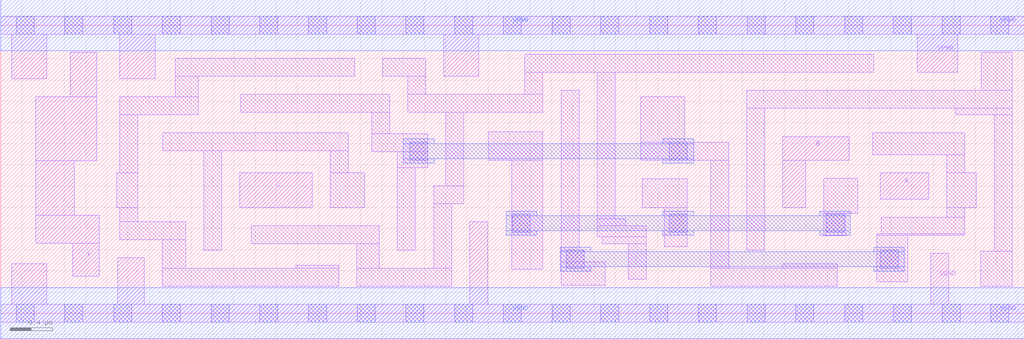
<source format=lef>
# Copyright 2020 The SkyWater PDK Authors
#
# Licensed under the Apache License, Version 2.0 (the "License");
# you may not use this file except in compliance with the License.
# You may obtain a copy of the License at
#
#     https://www.apache.org/licenses/LICENSE-2.0
#
# Unless required by applicable law or agreed to in writing, software
# distributed under the License is distributed on an "AS IS" BASIS,
# WITHOUT WARRANTIES OR CONDITIONS OF ANY KIND, either express or implied.
# See the License for the specific language governing permissions and
# limitations under the License.
#
# SPDX-License-Identifier: Apache-2.0

VERSION 5.7 ;
  NAMESCASESENSITIVE ON ;
  NOWIREEXTENSIONATPIN ON ;
  DIVIDERCHAR "/" ;
  BUSBITCHARS "[]" ;
UNITS
  DATABASE MICRONS 200 ;
END UNITS
PROPERTYDEFINITIONS
  MACRO maskLayoutSubType STRING ;
  MACRO prCellType STRING ;
  MACRO originalViewName STRING ;
END PROPERTYDEFINITIONS
MACRO sky130_fd_sc_hdll__xor3_2
  CLASS CORE ;
  FOREIGN sky130_fd_sc_hdll__xor3_2 ;
  ORIGIN  0.000000  0.000000 ;
  SIZE  9.660000 BY  2.720000 ;
  SYMMETRY X Y R90 ;
  SITE unithd ;
  PIN A
    ANTENNAGATEAREA  0.276000 ;
    DIRECTION INPUT ;
    USE SIGNAL ;
    PORT
      LAYER li1 ;
        RECT 8.300000 1.075000 8.760000 1.325000 ;
    END
  END A
  PIN B
    ANTENNAGATEAREA  0.735900 ;
    DIRECTION INPUT ;
    USE SIGNAL ;
    PORT
      LAYER li1 ;
        RECT 7.380000 0.995000 7.600000 1.445000 ;
        RECT 7.380000 1.445000 8.010000 1.665000 ;
    END
  END B
  PIN C
    ANTENNAGATEAREA  0.425400 ;
    DIRECTION INPUT ;
    USE SIGNAL ;
    PORT
      LAYER li1 ;
        RECT 2.255000 0.995000 2.940000 1.325000 ;
    END
  END C
  PIN X
    ANTENNADIFFAREA  0.517500 ;
    DIRECTION OUTPUT ;
    USE SIGNAL ;
    PORT
      LAYER li1 ;
        RECT 0.330000 0.660000 0.930000 0.925000 ;
        RECT 0.330000 0.925000 0.695000 1.440000 ;
        RECT 0.330000 1.440000 0.905000 2.045000 ;
        RECT 0.655000 2.045000 0.905000 2.465000 ;
        RECT 0.680000 0.350000 0.930000 0.660000 ;
    END
  END X
  PIN VGND
    DIRECTION INOUT ;
    USE GROUND ;
    PORT
      LAYER li1 ;
        RECT 0.000000 -0.085000 9.660000 0.085000 ;
        RECT 0.105000  0.085000 0.435000 0.465000 ;
        RECT 1.105000  0.085000 1.355000 0.525000 ;
        RECT 4.425000  0.085000 4.595000 0.865000 ;
        RECT 8.780000  0.085000 8.950000 0.565000 ;
      LAYER mcon ;
        RECT 0.145000 -0.085000 0.315000 0.085000 ;
        RECT 0.605000 -0.085000 0.775000 0.085000 ;
        RECT 1.065000 -0.085000 1.235000 0.085000 ;
        RECT 1.525000 -0.085000 1.695000 0.085000 ;
        RECT 1.985000 -0.085000 2.155000 0.085000 ;
        RECT 2.445000 -0.085000 2.615000 0.085000 ;
        RECT 2.905000 -0.085000 3.075000 0.085000 ;
        RECT 3.365000 -0.085000 3.535000 0.085000 ;
        RECT 3.825000 -0.085000 3.995000 0.085000 ;
        RECT 4.285000 -0.085000 4.455000 0.085000 ;
        RECT 4.745000 -0.085000 4.915000 0.085000 ;
        RECT 5.205000 -0.085000 5.375000 0.085000 ;
        RECT 5.665000 -0.085000 5.835000 0.085000 ;
        RECT 6.125000 -0.085000 6.295000 0.085000 ;
        RECT 6.585000 -0.085000 6.755000 0.085000 ;
        RECT 7.045000 -0.085000 7.215000 0.085000 ;
        RECT 7.505000 -0.085000 7.675000 0.085000 ;
        RECT 7.965000 -0.085000 8.135000 0.085000 ;
        RECT 8.425000 -0.085000 8.595000 0.085000 ;
        RECT 8.885000 -0.085000 9.055000 0.085000 ;
        RECT 9.345000 -0.085000 9.515000 0.085000 ;
      LAYER met1 ;
        RECT 0.000000 -0.240000 9.660000 0.240000 ;
    END
  END VGND
  PIN VPWR
    DIRECTION INOUT ;
    USE POWER ;
    PORT
      LAYER li1 ;
        RECT 0.000000 2.635000 9.660000 2.805000 ;
        RECT 0.105000 2.215000 0.435000 2.635000 ;
        RECT 1.125000 2.215000 1.460000 2.635000 ;
        RECT 4.180000 2.235000 4.510000 2.635000 ;
        RECT 8.650000 2.275000 9.035000 2.635000 ;
      LAYER mcon ;
        RECT 0.145000 2.635000 0.315000 2.805000 ;
        RECT 0.605000 2.635000 0.775000 2.805000 ;
        RECT 1.065000 2.635000 1.235000 2.805000 ;
        RECT 1.525000 2.635000 1.695000 2.805000 ;
        RECT 1.985000 2.635000 2.155000 2.805000 ;
        RECT 2.445000 2.635000 2.615000 2.805000 ;
        RECT 2.905000 2.635000 3.075000 2.805000 ;
        RECT 3.365000 2.635000 3.535000 2.805000 ;
        RECT 3.825000 2.635000 3.995000 2.805000 ;
        RECT 4.285000 2.635000 4.455000 2.805000 ;
        RECT 4.745000 2.635000 4.915000 2.805000 ;
        RECT 5.205000 2.635000 5.375000 2.805000 ;
        RECT 5.665000 2.635000 5.835000 2.805000 ;
        RECT 6.125000 2.635000 6.295000 2.805000 ;
        RECT 6.585000 2.635000 6.755000 2.805000 ;
        RECT 7.045000 2.635000 7.215000 2.805000 ;
        RECT 7.505000 2.635000 7.675000 2.805000 ;
        RECT 7.965000 2.635000 8.135000 2.805000 ;
        RECT 8.425000 2.635000 8.595000 2.805000 ;
        RECT 8.885000 2.635000 9.055000 2.805000 ;
        RECT 9.345000 2.635000 9.515000 2.805000 ;
      LAYER met1 ;
        RECT 0.000000 2.480000 9.660000 2.960000 ;
    END
  END VPWR
  OBS
    LAYER li1 ;
      RECT 1.095000 0.995000 1.295000 1.325000 ;
      RECT 1.125000 0.695000 1.745000 0.865000 ;
      RECT 1.125000 0.865000 1.295000 0.995000 ;
      RECT 1.125000 1.325000 1.295000 1.875000 ;
      RECT 1.125000 1.875000 1.865000 2.045000 ;
      RECT 1.525000 0.255000 3.190000 0.425000 ;
      RECT 1.525000 0.425000 1.745000 0.695000 ;
      RECT 1.530000 1.535000 3.280000 1.705000 ;
      RECT 1.645000 2.045000 1.865000 2.235000 ;
      RECT 1.645000 2.235000 3.340000 2.405000 ;
      RECT 1.915000 0.595000 2.085000 1.535000 ;
      RECT 2.265000 1.895000 3.670000 2.065000 ;
      RECT 2.365000 0.655000 3.575000 0.825000 ;
      RECT 2.785000 0.425000 3.190000 0.455000 ;
      RECT 3.110000 0.995000 3.435000 1.325000 ;
      RECT 3.110000 1.325000 3.280000 1.535000 ;
      RECT 3.360000 0.255000 4.255000 0.425000 ;
      RECT 3.360000 0.425000 3.575000 0.655000 ;
      RECT 3.500000 1.525000 4.030000 1.695000 ;
      RECT 3.500000 1.695000 3.670000 1.895000 ;
      RECT 3.605000 2.235000 4.010000 2.405000 ;
      RECT 3.745000 0.595000 3.915000 1.375000 ;
      RECT 3.745000 1.375000 4.030000 1.525000 ;
      RECT 3.840000 1.895000 5.115000 2.065000 ;
      RECT 3.840000 2.065000 4.010000 2.235000 ;
      RECT 4.085000 0.425000 4.255000 1.035000 ;
      RECT 4.085000 1.035000 4.370000 1.205000 ;
      RECT 4.200000 1.205000 4.370000 1.895000 ;
      RECT 4.600000 1.445000 5.115000 1.715000 ;
      RECT 4.825000 0.415000 5.115000 1.445000 ;
      RECT 4.945000 2.065000 5.115000 2.275000 ;
      RECT 4.945000 2.275000 8.240000 2.445000 ;
      RECT 5.290000 0.265000 5.705000 0.485000 ;
      RECT 5.290000 0.485000 5.510000 0.595000 ;
      RECT 5.290000 0.595000 5.460000 2.105000 ;
      RECT 5.630000 0.720000 6.095000 0.825000 ;
      RECT 5.630000 0.825000 5.900000 0.890000 ;
      RECT 5.630000 0.890000 5.800000 2.275000 ;
      RECT 5.680000 0.655000 6.095000 0.720000 ;
      RECT 5.925000 0.320000 6.095000 0.655000 ;
      RECT 6.040000 1.445000 6.870000 1.615000 ;
      RECT 6.040000 1.615000 6.455000 2.045000 ;
      RECT 6.055000 0.995000 6.480000 1.270000 ;
      RECT 6.265000 0.630000 6.480000 0.995000 ;
      RECT 6.700000 0.255000 7.895000 0.425000 ;
      RECT 6.700000 0.425000 6.870000 1.445000 ;
      RECT 7.040000 0.595000 7.210000 1.935000 ;
      RECT 7.040000 1.935000 9.550000 2.105000 ;
      RECT 7.380000 0.425000 7.895000 0.465000 ;
      RECT 7.770000 0.730000 7.975000 0.945000 ;
      RECT 7.770000 0.945000 8.090000 1.275000 ;
      RECT 8.230000 1.495000 9.100000 1.705000 ;
      RECT 8.270000 0.295000 8.560000 0.735000 ;
      RECT 8.270000 0.735000 9.100000 0.750000 ;
      RECT 8.310000 0.750000 9.100000 0.905000 ;
      RECT 8.930000 0.905000 9.100000 0.995000 ;
      RECT 8.930000 0.995000 9.210000 1.325000 ;
      RECT 8.930000 1.325000 9.100000 1.495000 ;
      RECT 9.015000 1.875000 9.550000 1.935000 ;
      RECT 9.250000 0.255000 9.550000 0.585000 ;
      RECT 9.255000 2.105000 9.550000 2.465000 ;
      RECT 9.380000 0.585000 9.550000 1.875000 ;
    LAYER mcon ;
      RECT 3.860000 1.445000 4.030000 1.615000 ;
      RECT 4.830000 0.765000 5.000000 0.935000 ;
      RECT 5.340000 0.425000 5.510000 0.595000 ;
      RECT 6.310000 0.765000 6.480000 0.935000 ;
      RECT 6.310000 1.445000 6.480000 1.615000 ;
      RECT 7.790000 0.765000 7.960000 0.935000 ;
      RECT 8.300000 0.425000 8.470000 0.595000 ;
    LAYER met1 ;
      RECT 3.800000 1.415000 4.090000 1.460000 ;
      RECT 3.800000 1.460000 6.540000 1.600000 ;
      RECT 3.800000 1.600000 4.090000 1.645000 ;
      RECT 4.770000 0.735000 5.060000 0.780000 ;
      RECT 4.770000 0.780000 8.020000 0.920000 ;
      RECT 4.770000 0.920000 5.060000 0.965000 ;
      RECT 5.280000 0.395000 5.570000 0.440000 ;
      RECT 5.280000 0.440000 8.530000 0.580000 ;
      RECT 5.280000 0.580000 5.570000 0.625000 ;
      RECT 6.250000 0.735000 6.540000 0.780000 ;
      RECT 6.250000 0.920000 6.540000 0.965000 ;
      RECT 6.250000 1.415000 6.540000 1.460000 ;
      RECT 6.250000 1.600000 6.540000 1.645000 ;
      RECT 7.730000 0.735000 8.020000 0.780000 ;
      RECT 7.730000 0.920000 8.020000 0.965000 ;
      RECT 8.240000 0.395000 8.530000 0.440000 ;
      RECT 8.240000 0.580000 8.530000 0.625000 ;
  END
  PROPERTY maskLayoutSubType "abstract" ;
  PROPERTY prCellType "standard" ;
  PROPERTY originalViewName "layout" ;
END sky130_fd_sc_hdll__xor3_2

</source>
